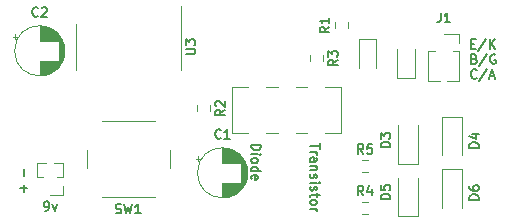
<source format=gbr>
%TF.GenerationSoftware,KiCad,Pcbnew,7.0.2-6a45011f42~172~ubuntu22.04.1*%
%TF.CreationDate,2023-05-13T15:44:36+12:00*%
%TF.ProjectId,KA1119,4b413131-3139-42e6-9b69-6361645f7063,rev?*%
%TF.SameCoordinates,Original*%
%TF.FileFunction,Legend,Top*%
%TF.FilePolarity,Positive*%
%FSLAX46Y46*%
G04 Gerber Fmt 4.6, Leading zero omitted, Abs format (unit mm)*
G04 Created by KiCad (PCBNEW 7.0.2-6a45011f42~172~ubuntu22.04.1) date 2023-05-13 15:44:36*
%MOMM*%
%LPD*%
G01*
G04 APERTURE LIST*
%ADD10C,0.150000*%
%ADD11C,0.120000*%
G04 APERTURE END LIST*
D10*
X200377619Y-91285904D02*
X200339523Y-91324000D01*
X200339523Y-91324000D02*
X200225238Y-91362095D01*
X200225238Y-91362095D02*
X200149047Y-91362095D01*
X200149047Y-91362095D02*
X200034761Y-91324000D01*
X200034761Y-91324000D02*
X199958571Y-91247809D01*
X199958571Y-91247809D02*
X199920476Y-91171619D01*
X199920476Y-91171619D02*
X199882380Y-91019238D01*
X199882380Y-91019238D02*
X199882380Y-90904952D01*
X199882380Y-90904952D02*
X199920476Y-90752571D01*
X199920476Y-90752571D02*
X199958571Y-90676380D01*
X199958571Y-90676380D02*
X200034761Y-90600190D01*
X200034761Y-90600190D02*
X200149047Y-90562095D01*
X200149047Y-90562095D02*
X200225238Y-90562095D01*
X200225238Y-90562095D02*
X200339523Y-90600190D01*
X200339523Y-90600190D02*
X200377619Y-90638285D01*
X201291904Y-90524000D02*
X200606190Y-91552571D01*
X201520475Y-91133523D02*
X201901428Y-91133523D01*
X201444285Y-91362095D02*
X201710952Y-90562095D01*
X201710952Y-90562095D02*
X201977618Y-91362095D01*
X200187142Y-89673047D02*
X200301428Y-89711142D01*
X200301428Y-89711142D02*
X200339523Y-89749238D01*
X200339523Y-89749238D02*
X200377619Y-89825428D01*
X200377619Y-89825428D02*
X200377619Y-89939714D01*
X200377619Y-89939714D02*
X200339523Y-90015904D01*
X200339523Y-90015904D02*
X200301428Y-90054000D01*
X200301428Y-90054000D02*
X200225238Y-90092095D01*
X200225238Y-90092095D02*
X199920476Y-90092095D01*
X199920476Y-90092095D02*
X199920476Y-89292095D01*
X199920476Y-89292095D02*
X200187142Y-89292095D01*
X200187142Y-89292095D02*
X200263333Y-89330190D01*
X200263333Y-89330190D02*
X200301428Y-89368285D01*
X200301428Y-89368285D02*
X200339523Y-89444476D01*
X200339523Y-89444476D02*
X200339523Y-89520666D01*
X200339523Y-89520666D02*
X200301428Y-89596857D01*
X200301428Y-89596857D02*
X200263333Y-89634952D01*
X200263333Y-89634952D02*
X200187142Y-89673047D01*
X200187142Y-89673047D02*
X199920476Y-89673047D01*
X201291904Y-89254000D02*
X200606190Y-90282571D01*
X201977618Y-89330190D02*
X201901428Y-89292095D01*
X201901428Y-89292095D02*
X201787142Y-89292095D01*
X201787142Y-89292095D02*
X201672856Y-89330190D01*
X201672856Y-89330190D02*
X201596666Y-89406380D01*
X201596666Y-89406380D02*
X201558571Y-89482571D01*
X201558571Y-89482571D02*
X201520475Y-89634952D01*
X201520475Y-89634952D02*
X201520475Y-89749238D01*
X201520475Y-89749238D02*
X201558571Y-89901619D01*
X201558571Y-89901619D02*
X201596666Y-89977809D01*
X201596666Y-89977809D02*
X201672856Y-90054000D01*
X201672856Y-90054000D02*
X201787142Y-90092095D01*
X201787142Y-90092095D02*
X201863333Y-90092095D01*
X201863333Y-90092095D02*
X201977618Y-90054000D01*
X201977618Y-90054000D02*
X202015714Y-90015904D01*
X202015714Y-90015904D02*
X202015714Y-89749238D01*
X202015714Y-89749238D02*
X201863333Y-89749238D01*
X199920476Y-88403047D02*
X200187142Y-88403047D01*
X200301428Y-88822095D02*
X199920476Y-88822095D01*
X199920476Y-88822095D02*
X199920476Y-88022095D01*
X199920476Y-88022095D02*
X200301428Y-88022095D01*
X201215714Y-87984000D02*
X200530000Y-89012571D01*
X201482381Y-88822095D02*
X201482381Y-88022095D01*
X201939524Y-88822095D02*
X201596666Y-88364952D01*
X201939524Y-88022095D02*
X201482381Y-88479238D01*
X187120404Y-96836190D02*
X187120404Y-97293333D01*
X186320404Y-97064761D02*
X187120404Y-97064761D01*
X186320404Y-97560000D02*
X186853738Y-97560000D01*
X186701357Y-97560000D02*
X186777547Y-97598095D01*
X186777547Y-97598095D02*
X186815642Y-97636190D01*
X186815642Y-97636190D02*
X186853738Y-97712381D01*
X186853738Y-97712381D02*
X186853738Y-97788571D01*
X186320404Y-98398095D02*
X186739452Y-98398095D01*
X186739452Y-98398095D02*
X186815642Y-98360000D01*
X186815642Y-98360000D02*
X186853738Y-98283809D01*
X186853738Y-98283809D02*
X186853738Y-98131428D01*
X186853738Y-98131428D02*
X186815642Y-98055238D01*
X186358500Y-98398095D02*
X186320404Y-98321904D01*
X186320404Y-98321904D02*
X186320404Y-98131428D01*
X186320404Y-98131428D02*
X186358500Y-98055238D01*
X186358500Y-98055238D02*
X186434690Y-98017142D01*
X186434690Y-98017142D02*
X186510880Y-98017142D01*
X186510880Y-98017142D02*
X186587071Y-98055238D01*
X186587071Y-98055238D02*
X186625166Y-98131428D01*
X186625166Y-98131428D02*
X186625166Y-98321904D01*
X186625166Y-98321904D02*
X186663261Y-98398095D01*
X186853738Y-98779048D02*
X186320404Y-98779048D01*
X186777547Y-98779048D02*
X186815642Y-98817143D01*
X186815642Y-98817143D02*
X186853738Y-98893333D01*
X186853738Y-98893333D02*
X186853738Y-99007619D01*
X186853738Y-99007619D02*
X186815642Y-99083810D01*
X186815642Y-99083810D02*
X186739452Y-99121905D01*
X186739452Y-99121905D02*
X186320404Y-99121905D01*
X186358500Y-99464762D02*
X186320404Y-99540953D01*
X186320404Y-99540953D02*
X186320404Y-99693334D01*
X186320404Y-99693334D02*
X186358500Y-99769524D01*
X186358500Y-99769524D02*
X186434690Y-99807620D01*
X186434690Y-99807620D02*
X186472785Y-99807620D01*
X186472785Y-99807620D02*
X186548976Y-99769524D01*
X186548976Y-99769524D02*
X186587071Y-99693334D01*
X186587071Y-99693334D02*
X186587071Y-99579048D01*
X186587071Y-99579048D02*
X186625166Y-99502858D01*
X186625166Y-99502858D02*
X186701357Y-99464762D01*
X186701357Y-99464762D02*
X186739452Y-99464762D01*
X186739452Y-99464762D02*
X186815642Y-99502858D01*
X186815642Y-99502858D02*
X186853738Y-99579048D01*
X186853738Y-99579048D02*
X186853738Y-99693334D01*
X186853738Y-99693334D02*
X186815642Y-99769524D01*
X186320404Y-100150477D02*
X186853738Y-100150477D01*
X187120404Y-100150477D02*
X187082309Y-100112381D01*
X187082309Y-100112381D02*
X187044214Y-100150477D01*
X187044214Y-100150477D02*
X187082309Y-100188572D01*
X187082309Y-100188572D02*
X187120404Y-100150477D01*
X187120404Y-100150477D02*
X187044214Y-100150477D01*
X186358500Y-100493333D02*
X186320404Y-100569524D01*
X186320404Y-100569524D02*
X186320404Y-100721905D01*
X186320404Y-100721905D02*
X186358500Y-100798095D01*
X186358500Y-100798095D02*
X186434690Y-100836191D01*
X186434690Y-100836191D02*
X186472785Y-100836191D01*
X186472785Y-100836191D02*
X186548976Y-100798095D01*
X186548976Y-100798095D02*
X186587071Y-100721905D01*
X186587071Y-100721905D02*
X186587071Y-100607619D01*
X186587071Y-100607619D02*
X186625166Y-100531429D01*
X186625166Y-100531429D02*
X186701357Y-100493333D01*
X186701357Y-100493333D02*
X186739452Y-100493333D01*
X186739452Y-100493333D02*
X186815642Y-100531429D01*
X186815642Y-100531429D02*
X186853738Y-100607619D01*
X186853738Y-100607619D02*
X186853738Y-100721905D01*
X186853738Y-100721905D02*
X186815642Y-100798095D01*
X186853738Y-101064762D02*
X186853738Y-101369524D01*
X187120404Y-101179048D02*
X186434690Y-101179048D01*
X186434690Y-101179048D02*
X186358500Y-101217143D01*
X186358500Y-101217143D02*
X186320404Y-101293333D01*
X186320404Y-101293333D02*
X186320404Y-101369524D01*
X186320404Y-101750476D02*
X186358500Y-101674286D01*
X186358500Y-101674286D02*
X186396595Y-101636191D01*
X186396595Y-101636191D02*
X186472785Y-101598095D01*
X186472785Y-101598095D02*
X186701357Y-101598095D01*
X186701357Y-101598095D02*
X186777547Y-101636191D01*
X186777547Y-101636191D02*
X186815642Y-101674286D01*
X186815642Y-101674286D02*
X186853738Y-101750476D01*
X186853738Y-101750476D02*
X186853738Y-101864762D01*
X186853738Y-101864762D02*
X186815642Y-101940953D01*
X186815642Y-101940953D02*
X186777547Y-101979048D01*
X186777547Y-101979048D02*
X186701357Y-102017143D01*
X186701357Y-102017143D02*
X186472785Y-102017143D01*
X186472785Y-102017143D02*
X186396595Y-101979048D01*
X186396595Y-101979048D02*
X186358500Y-101940953D01*
X186358500Y-101940953D02*
X186320404Y-101864762D01*
X186320404Y-101864762D02*
X186320404Y-101750476D01*
X186320404Y-102360001D02*
X186853738Y-102360001D01*
X186701357Y-102360001D02*
X186777547Y-102398096D01*
X186777547Y-102398096D02*
X186815642Y-102436191D01*
X186815642Y-102436191D02*
X186853738Y-102512382D01*
X186853738Y-102512382D02*
X186853738Y-102588572D01*
X181320404Y-96950476D02*
X182120404Y-96950476D01*
X182120404Y-96950476D02*
X182120404Y-97140952D01*
X182120404Y-97140952D02*
X182082309Y-97255238D01*
X182082309Y-97255238D02*
X182006119Y-97331428D01*
X182006119Y-97331428D02*
X181929928Y-97369523D01*
X181929928Y-97369523D02*
X181777547Y-97407619D01*
X181777547Y-97407619D02*
X181663261Y-97407619D01*
X181663261Y-97407619D02*
X181510880Y-97369523D01*
X181510880Y-97369523D02*
X181434690Y-97331428D01*
X181434690Y-97331428D02*
X181358500Y-97255238D01*
X181358500Y-97255238D02*
X181320404Y-97140952D01*
X181320404Y-97140952D02*
X181320404Y-96950476D01*
X181320404Y-97750476D02*
X181853738Y-97750476D01*
X182120404Y-97750476D02*
X182082309Y-97712380D01*
X182082309Y-97712380D02*
X182044214Y-97750476D01*
X182044214Y-97750476D02*
X182082309Y-97788571D01*
X182082309Y-97788571D02*
X182120404Y-97750476D01*
X182120404Y-97750476D02*
X182044214Y-97750476D01*
X181320404Y-98245713D02*
X181358500Y-98169523D01*
X181358500Y-98169523D02*
X181396595Y-98131428D01*
X181396595Y-98131428D02*
X181472785Y-98093332D01*
X181472785Y-98093332D02*
X181701357Y-98093332D01*
X181701357Y-98093332D02*
X181777547Y-98131428D01*
X181777547Y-98131428D02*
X181815642Y-98169523D01*
X181815642Y-98169523D02*
X181853738Y-98245713D01*
X181853738Y-98245713D02*
X181853738Y-98359999D01*
X181853738Y-98359999D02*
X181815642Y-98436190D01*
X181815642Y-98436190D02*
X181777547Y-98474285D01*
X181777547Y-98474285D02*
X181701357Y-98512380D01*
X181701357Y-98512380D02*
X181472785Y-98512380D01*
X181472785Y-98512380D02*
X181396595Y-98474285D01*
X181396595Y-98474285D02*
X181358500Y-98436190D01*
X181358500Y-98436190D02*
X181320404Y-98359999D01*
X181320404Y-98359999D02*
X181320404Y-98245713D01*
X181320404Y-99198095D02*
X182120404Y-99198095D01*
X181358500Y-99198095D02*
X181320404Y-99121904D01*
X181320404Y-99121904D02*
X181320404Y-98969523D01*
X181320404Y-98969523D02*
X181358500Y-98893333D01*
X181358500Y-98893333D02*
X181396595Y-98855238D01*
X181396595Y-98855238D02*
X181472785Y-98817142D01*
X181472785Y-98817142D02*
X181701357Y-98817142D01*
X181701357Y-98817142D02*
X181777547Y-98855238D01*
X181777547Y-98855238D02*
X181815642Y-98893333D01*
X181815642Y-98893333D02*
X181853738Y-98969523D01*
X181853738Y-98969523D02*
X181853738Y-99121904D01*
X181853738Y-99121904D02*
X181815642Y-99198095D01*
X181358500Y-99883810D02*
X181320404Y-99807619D01*
X181320404Y-99807619D02*
X181320404Y-99655238D01*
X181320404Y-99655238D02*
X181358500Y-99579048D01*
X181358500Y-99579048D02*
X181434690Y-99540952D01*
X181434690Y-99540952D02*
X181739452Y-99540952D01*
X181739452Y-99540952D02*
X181815642Y-99579048D01*
X181815642Y-99579048D02*
X181853738Y-99655238D01*
X181853738Y-99655238D02*
X181853738Y-99807619D01*
X181853738Y-99807619D02*
X181815642Y-99883810D01*
X181815642Y-99883810D02*
X181739452Y-99921905D01*
X181739452Y-99921905D02*
X181663261Y-99921905D01*
X181663261Y-99921905D02*
X181587071Y-99540952D01*
X162057333Y-99612261D02*
X162057333Y-99002738D01*
X161750476Y-100654833D02*
X162360000Y-100654833D01*
X162055238Y-100959595D02*
X162055238Y-100350071D01*
%TO.C,SW1*%
X169823332Y-102732000D02*
X169937618Y-102770095D01*
X169937618Y-102770095D02*
X170128094Y-102770095D01*
X170128094Y-102770095D02*
X170204285Y-102732000D01*
X170204285Y-102732000D02*
X170242380Y-102693904D01*
X170242380Y-102693904D02*
X170280475Y-102617714D01*
X170280475Y-102617714D02*
X170280475Y-102541523D01*
X170280475Y-102541523D02*
X170242380Y-102465333D01*
X170242380Y-102465333D02*
X170204285Y-102427238D01*
X170204285Y-102427238D02*
X170128094Y-102389142D01*
X170128094Y-102389142D02*
X169975713Y-102351047D01*
X169975713Y-102351047D02*
X169899523Y-102312952D01*
X169899523Y-102312952D02*
X169861428Y-102274857D01*
X169861428Y-102274857D02*
X169823332Y-102198666D01*
X169823332Y-102198666D02*
X169823332Y-102122476D01*
X169823332Y-102122476D02*
X169861428Y-102046285D01*
X169861428Y-102046285D02*
X169899523Y-102008190D01*
X169899523Y-102008190D02*
X169975713Y-101970095D01*
X169975713Y-101970095D02*
X170166190Y-101970095D01*
X170166190Y-101970095D02*
X170280475Y-102008190D01*
X170547142Y-101970095D02*
X170737618Y-102770095D01*
X170737618Y-102770095D02*
X170889999Y-102198666D01*
X170889999Y-102198666D02*
X171042380Y-102770095D01*
X171042380Y-102770095D02*
X171232857Y-101970095D01*
X171956666Y-102770095D02*
X171499523Y-102770095D01*
X171728095Y-102770095D02*
X171728095Y-101970095D01*
X171728095Y-101970095D02*
X171651904Y-102084380D01*
X171651904Y-102084380D02*
X171575714Y-102160571D01*
X171575714Y-102160571D02*
X171499523Y-102198666D01*
%TO.C,C2*%
X163256667Y-86033904D02*
X163218571Y-86072000D01*
X163218571Y-86072000D02*
X163104286Y-86110095D01*
X163104286Y-86110095D02*
X163028095Y-86110095D01*
X163028095Y-86110095D02*
X162913809Y-86072000D01*
X162913809Y-86072000D02*
X162837619Y-85995809D01*
X162837619Y-85995809D02*
X162799524Y-85919619D01*
X162799524Y-85919619D02*
X162761428Y-85767238D01*
X162761428Y-85767238D02*
X162761428Y-85652952D01*
X162761428Y-85652952D02*
X162799524Y-85500571D01*
X162799524Y-85500571D02*
X162837619Y-85424380D01*
X162837619Y-85424380D02*
X162913809Y-85348190D01*
X162913809Y-85348190D02*
X163028095Y-85310095D01*
X163028095Y-85310095D02*
X163104286Y-85310095D01*
X163104286Y-85310095D02*
X163218571Y-85348190D01*
X163218571Y-85348190D02*
X163256667Y-85386285D01*
X163561428Y-85386285D02*
X163599524Y-85348190D01*
X163599524Y-85348190D02*
X163675714Y-85310095D01*
X163675714Y-85310095D02*
X163866190Y-85310095D01*
X163866190Y-85310095D02*
X163942381Y-85348190D01*
X163942381Y-85348190D02*
X163980476Y-85386285D01*
X163980476Y-85386285D02*
X164018571Y-85462476D01*
X164018571Y-85462476D02*
X164018571Y-85538666D01*
X164018571Y-85538666D02*
X163980476Y-85652952D01*
X163980476Y-85652952D02*
X163523333Y-86110095D01*
X163523333Y-86110095D02*
X164018571Y-86110095D01*
%TO.C,C1*%
X178736667Y-96363904D02*
X178698571Y-96402000D01*
X178698571Y-96402000D02*
X178584286Y-96440095D01*
X178584286Y-96440095D02*
X178508095Y-96440095D01*
X178508095Y-96440095D02*
X178393809Y-96402000D01*
X178393809Y-96402000D02*
X178317619Y-96325809D01*
X178317619Y-96325809D02*
X178279524Y-96249619D01*
X178279524Y-96249619D02*
X178241428Y-96097238D01*
X178241428Y-96097238D02*
X178241428Y-95982952D01*
X178241428Y-95982952D02*
X178279524Y-95830571D01*
X178279524Y-95830571D02*
X178317619Y-95754380D01*
X178317619Y-95754380D02*
X178393809Y-95678190D01*
X178393809Y-95678190D02*
X178508095Y-95640095D01*
X178508095Y-95640095D02*
X178584286Y-95640095D01*
X178584286Y-95640095D02*
X178698571Y-95678190D01*
X178698571Y-95678190D02*
X178736667Y-95716285D01*
X179498571Y-96440095D02*
X179041428Y-96440095D01*
X179270000Y-96440095D02*
X179270000Y-95640095D01*
X179270000Y-95640095D02*
X179193809Y-95754380D01*
X179193809Y-95754380D02*
X179117619Y-95830571D01*
X179117619Y-95830571D02*
X179041428Y-95868666D01*
%TO.C,9v*%
X163812857Y-102535095D02*
X163965238Y-102535095D01*
X163965238Y-102535095D02*
X164041428Y-102497000D01*
X164041428Y-102497000D02*
X164079524Y-102458904D01*
X164079524Y-102458904D02*
X164155714Y-102344619D01*
X164155714Y-102344619D02*
X164193809Y-102192238D01*
X164193809Y-102192238D02*
X164193809Y-101887476D01*
X164193809Y-101887476D02*
X164155714Y-101811285D01*
X164155714Y-101811285D02*
X164117619Y-101773190D01*
X164117619Y-101773190D02*
X164041428Y-101735095D01*
X164041428Y-101735095D02*
X163889047Y-101735095D01*
X163889047Y-101735095D02*
X163812857Y-101773190D01*
X163812857Y-101773190D02*
X163774762Y-101811285D01*
X163774762Y-101811285D02*
X163736666Y-101887476D01*
X163736666Y-101887476D02*
X163736666Y-102077952D01*
X163736666Y-102077952D02*
X163774762Y-102154142D01*
X163774762Y-102154142D02*
X163812857Y-102192238D01*
X163812857Y-102192238D02*
X163889047Y-102230333D01*
X163889047Y-102230333D02*
X164041428Y-102230333D01*
X164041428Y-102230333D02*
X164117619Y-102192238D01*
X164117619Y-102192238D02*
X164155714Y-102154142D01*
X164155714Y-102154142D02*
X164193809Y-102077952D01*
X164460476Y-102001761D02*
X164650952Y-102535095D01*
X164650952Y-102535095D02*
X164841429Y-102001761D01*
%TO.C,U3*%
X175750095Y-89284523D02*
X176397714Y-89284523D01*
X176397714Y-89284523D02*
X176473904Y-89246428D01*
X176473904Y-89246428D02*
X176512000Y-89208333D01*
X176512000Y-89208333D02*
X176550095Y-89132142D01*
X176550095Y-89132142D02*
X176550095Y-88979761D01*
X176550095Y-88979761D02*
X176512000Y-88903571D01*
X176512000Y-88903571D02*
X176473904Y-88865476D01*
X176473904Y-88865476D02*
X176397714Y-88827380D01*
X176397714Y-88827380D02*
X175750095Y-88827380D01*
X175750095Y-88522619D02*
X175750095Y-88027381D01*
X175750095Y-88027381D02*
X176054857Y-88294047D01*
X176054857Y-88294047D02*
X176054857Y-88179762D01*
X176054857Y-88179762D02*
X176092952Y-88103571D01*
X176092952Y-88103571D02*
X176131047Y-88065476D01*
X176131047Y-88065476D02*
X176207238Y-88027381D01*
X176207238Y-88027381D02*
X176397714Y-88027381D01*
X176397714Y-88027381D02*
X176473904Y-88065476D01*
X176473904Y-88065476D02*
X176512000Y-88103571D01*
X176512000Y-88103571D02*
X176550095Y-88179762D01*
X176550095Y-88179762D02*
X176550095Y-88408333D01*
X176550095Y-88408333D02*
X176512000Y-88484524D01*
X176512000Y-88484524D02*
X176473904Y-88522619D01*
%TO.C,R5*%
X190806667Y-97710095D02*
X190540000Y-97329142D01*
X190349524Y-97710095D02*
X190349524Y-96910095D01*
X190349524Y-96910095D02*
X190654286Y-96910095D01*
X190654286Y-96910095D02*
X190730476Y-96948190D01*
X190730476Y-96948190D02*
X190768571Y-96986285D01*
X190768571Y-96986285D02*
X190806667Y-97062476D01*
X190806667Y-97062476D02*
X190806667Y-97176761D01*
X190806667Y-97176761D02*
X190768571Y-97252952D01*
X190768571Y-97252952D02*
X190730476Y-97291047D01*
X190730476Y-97291047D02*
X190654286Y-97329142D01*
X190654286Y-97329142D02*
X190349524Y-97329142D01*
X191530476Y-96910095D02*
X191149524Y-96910095D01*
X191149524Y-96910095D02*
X191111428Y-97291047D01*
X191111428Y-97291047D02*
X191149524Y-97252952D01*
X191149524Y-97252952D02*
X191225714Y-97214857D01*
X191225714Y-97214857D02*
X191416190Y-97214857D01*
X191416190Y-97214857D02*
X191492381Y-97252952D01*
X191492381Y-97252952D02*
X191530476Y-97291047D01*
X191530476Y-97291047D02*
X191568571Y-97367238D01*
X191568571Y-97367238D02*
X191568571Y-97557714D01*
X191568571Y-97557714D02*
X191530476Y-97633904D01*
X191530476Y-97633904D02*
X191492381Y-97672000D01*
X191492381Y-97672000D02*
X191416190Y-97710095D01*
X191416190Y-97710095D02*
X191225714Y-97710095D01*
X191225714Y-97710095D02*
X191149524Y-97672000D01*
X191149524Y-97672000D02*
X191111428Y-97633904D01*
%TO.C,R4*%
X190806667Y-101230095D02*
X190540000Y-100849142D01*
X190349524Y-101230095D02*
X190349524Y-100430095D01*
X190349524Y-100430095D02*
X190654286Y-100430095D01*
X190654286Y-100430095D02*
X190730476Y-100468190D01*
X190730476Y-100468190D02*
X190768571Y-100506285D01*
X190768571Y-100506285D02*
X190806667Y-100582476D01*
X190806667Y-100582476D02*
X190806667Y-100696761D01*
X190806667Y-100696761D02*
X190768571Y-100772952D01*
X190768571Y-100772952D02*
X190730476Y-100811047D01*
X190730476Y-100811047D02*
X190654286Y-100849142D01*
X190654286Y-100849142D02*
X190349524Y-100849142D01*
X191492381Y-100696761D02*
X191492381Y-101230095D01*
X191301905Y-100392000D02*
X191111428Y-100963428D01*
X191111428Y-100963428D02*
X191606667Y-100963428D01*
%TO.C,R3*%
X188620095Y-89753332D02*
X188239142Y-90019999D01*
X188620095Y-90210475D02*
X187820095Y-90210475D01*
X187820095Y-90210475D02*
X187820095Y-89905713D01*
X187820095Y-89905713D02*
X187858190Y-89829523D01*
X187858190Y-89829523D02*
X187896285Y-89791428D01*
X187896285Y-89791428D02*
X187972476Y-89753332D01*
X187972476Y-89753332D02*
X188086761Y-89753332D01*
X188086761Y-89753332D02*
X188162952Y-89791428D01*
X188162952Y-89791428D02*
X188201047Y-89829523D01*
X188201047Y-89829523D02*
X188239142Y-89905713D01*
X188239142Y-89905713D02*
X188239142Y-90210475D01*
X187820095Y-89486666D02*
X187820095Y-88991428D01*
X187820095Y-88991428D02*
X188124857Y-89258094D01*
X188124857Y-89258094D02*
X188124857Y-89143809D01*
X188124857Y-89143809D02*
X188162952Y-89067618D01*
X188162952Y-89067618D02*
X188201047Y-89029523D01*
X188201047Y-89029523D02*
X188277238Y-88991428D01*
X188277238Y-88991428D02*
X188467714Y-88991428D01*
X188467714Y-88991428D02*
X188543904Y-89029523D01*
X188543904Y-89029523D02*
X188582000Y-89067618D01*
X188582000Y-89067618D02*
X188620095Y-89143809D01*
X188620095Y-89143809D02*
X188620095Y-89372380D01*
X188620095Y-89372380D02*
X188582000Y-89448571D01*
X188582000Y-89448571D02*
X188543904Y-89486666D01*
%TO.C,R2*%
X179050095Y-94013332D02*
X178669142Y-94279999D01*
X179050095Y-94470475D02*
X178250095Y-94470475D01*
X178250095Y-94470475D02*
X178250095Y-94165713D01*
X178250095Y-94165713D02*
X178288190Y-94089523D01*
X178288190Y-94089523D02*
X178326285Y-94051428D01*
X178326285Y-94051428D02*
X178402476Y-94013332D01*
X178402476Y-94013332D02*
X178516761Y-94013332D01*
X178516761Y-94013332D02*
X178592952Y-94051428D01*
X178592952Y-94051428D02*
X178631047Y-94089523D01*
X178631047Y-94089523D02*
X178669142Y-94165713D01*
X178669142Y-94165713D02*
X178669142Y-94470475D01*
X178326285Y-93708571D02*
X178288190Y-93670475D01*
X178288190Y-93670475D02*
X178250095Y-93594285D01*
X178250095Y-93594285D02*
X178250095Y-93403809D01*
X178250095Y-93403809D02*
X178288190Y-93327618D01*
X178288190Y-93327618D02*
X178326285Y-93289523D01*
X178326285Y-93289523D02*
X178402476Y-93251428D01*
X178402476Y-93251428D02*
X178478666Y-93251428D01*
X178478666Y-93251428D02*
X178592952Y-93289523D01*
X178592952Y-93289523D02*
X179050095Y-93746666D01*
X179050095Y-93746666D02*
X179050095Y-93251428D01*
%TO.C,R1*%
X187900095Y-86973332D02*
X187519142Y-87239999D01*
X187900095Y-87430475D02*
X187100095Y-87430475D01*
X187100095Y-87430475D02*
X187100095Y-87125713D01*
X187100095Y-87125713D02*
X187138190Y-87049523D01*
X187138190Y-87049523D02*
X187176285Y-87011428D01*
X187176285Y-87011428D02*
X187252476Y-86973332D01*
X187252476Y-86973332D02*
X187366761Y-86973332D01*
X187366761Y-86973332D02*
X187442952Y-87011428D01*
X187442952Y-87011428D02*
X187481047Y-87049523D01*
X187481047Y-87049523D02*
X187519142Y-87125713D01*
X187519142Y-87125713D02*
X187519142Y-87430475D01*
X187900095Y-86211428D02*
X187900095Y-86668571D01*
X187900095Y-86439999D02*
X187100095Y-86439999D01*
X187100095Y-86439999D02*
X187214380Y-86516190D01*
X187214380Y-86516190D02*
X187290571Y-86592380D01*
X187290571Y-86592380D02*
X187328666Y-86668571D01*
%TO.C,J1*%
X197333333Y-85795095D02*
X197333333Y-86366523D01*
X197333333Y-86366523D02*
X197295238Y-86480809D01*
X197295238Y-86480809D02*
X197219047Y-86557000D01*
X197219047Y-86557000D02*
X197104762Y-86595095D01*
X197104762Y-86595095D02*
X197028571Y-86595095D01*
X198133333Y-86595095D02*
X197676190Y-86595095D01*
X197904762Y-86595095D02*
X197904762Y-85795095D01*
X197904762Y-85795095D02*
X197828571Y-85909380D01*
X197828571Y-85909380D02*
X197752381Y-85985571D01*
X197752381Y-85985571D02*
X197676190Y-86023666D01*
%TO.C,D6*%
X200560095Y-101610475D02*
X199760095Y-101610475D01*
X199760095Y-101610475D02*
X199760095Y-101419999D01*
X199760095Y-101419999D02*
X199798190Y-101305713D01*
X199798190Y-101305713D02*
X199874380Y-101229523D01*
X199874380Y-101229523D02*
X199950571Y-101191428D01*
X199950571Y-101191428D02*
X200102952Y-101153332D01*
X200102952Y-101153332D02*
X200217238Y-101153332D01*
X200217238Y-101153332D02*
X200369619Y-101191428D01*
X200369619Y-101191428D02*
X200445809Y-101229523D01*
X200445809Y-101229523D02*
X200522000Y-101305713D01*
X200522000Y-101305713D02*
X200560095Y-101419999D01*
X200560095Y-101419999D02*
X200560095Y-101610475D01*
X199760095Y-100467618D02*
X199760095Y-100619999D01*
X199760095Y-100619999D02*
X199798190Y-100696190D01*
X199798190Y-100696190D02*
X199836285Y-100734285D01*
X199836285Y-100734285D02*
X199950571Y-100810475D01*
X199950571Y-100810475D02*
X200102952Y-100848571D01*
X200102952Y-100848571D02*
X200407714Y-100848571D01*
X200407714Y-100848571D02*
X200483904Y-100810475D01*
X200483904Y-100810475D02*
X200522000Y-100772380D01*
X200522000Y-100772380D02*
X200560095Y-100696190D01*
X200560095Y-100696190D02*
X200560095Y-100543809D01*
X200560095Y-100543809D02*
X200522000Y-100467618D01*
X200522000Y-100467618D02*
X200483904Y-100429523D01*
X200483904Y-100429523D02*
X200407714Y-100391428D01*
X200407714Y-100391428D02*
X200217238Y-100391428D01*
X200217238Y-100391428D02*
X200141047Y-100429523D01*
X200141047Y-100429523D02*
X200102952Y-100467618D01*
X200102952Y-100467618D02*
X200064857Y-100543809D01*
X200064857Y-100543809D02*
X200064857Y-100696190D01*
X200064857Y-100696190D02*
X200102952Y-100772380D01*
X200102952Y-100772380D02*
X200141047Y-100810475D01*
X200141047Y-100810475D02*
X200217238Y-100848571D01*
%TO.C,D5*%
X193060095Y-101565475D02*
X192260095Y-101565475D01*
X192260095Y-101565475D02*
X192260095Y-101374999D01*
X192260095Y-101374999D02*
X192298190Y-101260713D01*
X192298190Y-101260713D02*
X192374380Y-101184523D01*
X192374380Y-101184523D02*
X192450571Y-101146428D01*
X192450571Y-101146428D02*
X192602952Y-101108332D01*
X192602952Y-101108332D02*
X192717238Y-101108332D01*
X192717238Y-101108332D02*
X192869619Y-101146428D01*
X192869619Y-101146428D02*
X192945809Y-101184523D01*
X192945809Y-101184523D02*
X193022000Y-101260713D01*
X193022000Y-101260713D02*
X193060095Y-101374999D01*
X193060095Y-101374999D02*
X193060095Y-101565475D01*
X192260095Y-100384523D02*
X192260095Y-100765475D01*
X192260095Y-100765475D02*
X192641047Y-100803571D01*
X192641047Y-100803571D02*
X192602952Y-100765475D01*
X192602952Y-100765475D02*
X192564857Y-100689285D01*
X192564857Y-100689285D02*
X192564857Y-100498809D01*
X192564857Y-100498809D02*
X192602952Y-100422618D01*
X192602952Y-100422618D02*
X192641047Y-100384523D01*
X192641047Y-100384523D02*
X192717238Y-100346428D01*
X192717238Y-100346428D02*
X192907714Y-100346428D01*
X192907714Y-100346428D02*
X192983904Y-100384523D01*
X192983904Y-100384523D02*
X193022000Y-100422618D01*
X193022000Y-100422618D02*
X193060095Y-100498809D01*
X193060095Y-100498809D02*
X193060095Y-100689285D01*
X193060095Y-100689285D02*
X193022000Y-100765475D01*
X193022000Y-100765475D02*
X192983904Y-100803571D01*
%TO.C,D4*%
X200560095Y-97192975D02*
X199760095Y-97192975D01*
X199760095Y-97192975D02*
X199760095Y-97002499D01*
X199760095Y-97002499D02*
X199798190Y-96888213D01*
X199798190Y-96888213D02*
X199874380Y-96812023D01*
X199874380Y-96812023D02*
X199950571Y-96773928D01*
X199950571Y-96773928D02*
X200102952Y-96735832D01*
X200102952Y-96735832D02*
X200217238Y-96735832D01*
X200217238Y-96735832D02*
X200369619Y-96773928D01*
X200369619Y-96773928D02*
X200445809Y-96812023D01*
X200445809Y-96812023D02*
X200522000Y-96888213D01*
X200522000Y-96888213D02*
X200560095Y-97002499D01*
X200560095Y-97002499D02*
X200560095Y-97192975D01*
X200026761Y-96050118D02*
X200560095Y-96050118D01*
X199722000Y-96240594D02*
X200293428Y-96431071D01*
X200293428Y-96431071D02*
X200293428Y-95935832D01*
%TO.C,D3*%
X193060095Y-97147975D02*
X192260095Y-97147975D01*
X192260095Y-97147975D02*
X192260095Y-96957499D01*
X192260095Y-96957499D02*
X192298190Y-96843213D01*
X192298190Y-96843213D02*
X192374380Y-96767023D01*
X192374380Y-96767023D02*
X192450571Y-96728928D01*
X192450571Y-96728928D02*
X192602952Y-96690832D01*
X192602952Y-96690832D02*
X192717238Y-96690832D01*
X192717238Y-96690832D02*
X192869619Y-96728928D01*
X192869619Y-96728928D02*
X192945809Y-96767023D01*
X192945809Y-96767023D02*
X193022000Y-96843213D01*
X193022000Y-96843213D02*
X193060095Y-96957499D01*
X193060095Y-96957499D02*
X193060095Y-97147975D01*
X192260095Y-96424166D02*
X192260095Y-95928928D01*
X192260095Y-95928928D02*
X192564857Y-96195594D01*
X192564857Y-96195594D02*
X192564857Y-96081309D01*
X192564857Y-96081309D02*
X192602952Y-96005118D01*
X192602952Y-96005118D02*
X192641047Y-95967023D01*
X192641047Y-95967023D02*
X192717238Y-95928928D01*
X192717238Y-95928928D02*
X192907714Y-95928928D01*
X192907714Y-95928928D02*
X192983904Y-95967023D01*
X192983904Y-95967023D02*
X193022000Y-96005118D01*
X193022000Y-96005118D02*
X193060095Y-96081309D01*
X193060095Y-96081309D02*
X193060095Y-96309880D01*
X193060095Y-96309880D02*
X193022000Y-96386071D01*
X193022000Y-96386071D02*
X192983904Y-96424166D01*
D11*
%TO.C,SW2*%
X187570000Y-95920000D02*
X188920000Y-95920000D01*
X179700000Y-95920000D02*
X181050000Y-95920000D01*
X182570000Y-92100000D02*
X183550000Y-92100000D01*
X182570000Y-95920000D02*
X183550000Y-95920000D01*
X188920000Y-95920000D02*
X188920000Y-92100000D01*
X185070000Y-92100000D02*
X186050000Y-92100000D01*
X185070000Y-95920000D02*
X186050000Y-95920000D01*
X179700000Y-95920000D02*
X179700000Y-92100000D01*
X188920000Y-92100000D02*
X187570000Y-92100000D01*
X179700000Y-92100000D02*
X181050000Y-92100000D01*
%TO.C,SW1*%
X167390000Y-97400000D02*
X167390000Y-98900000D01*
X168640000Y-101400000D02*
X173140000Y-101400000D01*
X174390000Y-98900000D02*
X174390000Y-97400000D01*
X173140000Y-94900000D02*
X168640000Y-94900000D01*
%TO.C,C2*%
X164671000Y-89830000D02*
X164671000Y-90640000D01*
X163430000Y-89830000D02*
X163430000Y-91070000D01*
X163990000Y-86996000D02*
X163990000Y-88150000D01*
X164791000Y-89830000D02*
X164791000Y-90542000D01*
X164831000Y-89830000D02*
X164831000Y-90506000D01*
X164191000Y-87066000D02*
X164191000Y-88150000D01*
X165071000Y-87736000D02*
X165071000Y-90244000D01*
X163910000Y-86974000D02*
X163910000Y-88150000D01*
X163390000Y-86910000D02*
X163390000Y-88150000D01*
X164511000Y-87230000D02*
X164511000Y-88150000D01*
X164551000Y-89830000D02*
X164551000Y-90725000D01*
X163430000Y-86910000D02*
X163430000Y-88150000D01*
X164951000Y-89830000D02*
X164951000Y-90386000D01*
X163750000Y-86940000D02*
X163750000Y-88150000D01*
X164391000Y-87160000D02*
X164391000Y-88150000D01*
X164111000Y-87036000D02*
X164111000Y-88150000D01*
X164111000Y-89830000D02*
X164111000Y-90944000D01*
X163550000Y-89830000D02*
X163550000Y-91064000D01*
X165431000Y-88453000D02*
X165431000Y-89527000D01*
X165231000Y-87977000D02*
X165231000Y-90003000D01*
X165471000Y-88620000D02*
X165471000Y-89360000D01*
X163950000Y-86985000D02*
X163950000Y-88150000D01*
X164151000Y-87050000D02*
X164151000Y-88150000D01*
X163630000Y-89830000D02*
X163630000Y-91057000D01*
X164151000Y-89830000D02*
X164151000Y-90930000D01*
X164671000Y-87340000D02*
X164671000Y-88150000D01*
X164070000Y-87022000D02*
X164070000Y-88150000D01*
X163710000Y-89830000D02*
X163710000Y-91046000D01*
X164631000Y-89830000D02*
X164631000Y-90670000D01*
X163830000Y-89830000D02*
X163830000Y-91024000D01*
X165151000Y-87848000D02*
X165151000Y-90132000D01*
X164191000Y-89830000D02*
X164191000Y-90914000D01*
X164030000Y-87008000D02*
X164030000Y-88150000D01*
X164791000Y-87438000D02*
X164791000Y-88150000D01*
X163870000Y-89830000D02*
X163870000Y-91015000D01*
X165191000Y-87910000D02*
X165191000Y-90070000D01*
X164871000Y-89830000D02*
X164871000Y-90468000D01*
X164271000Y-87101000D02*
X164271000Y-88150000D01*
X161120199Y-87795000D02*
X161520199Y-87795000D01*
X164391000Y-89830000D02*
X164391000Y-90820000D01*
X161320199Y-87595000D02*
X161320199Y-87995000D01*
X163750000Y-89830000D02*
X163750000Y-91040000D01*
X163470000Y-86911000D02*
X163470000Y-88150000D01*
X163910000Y-89830000D02*
X163910000Y-91006000D01*
X163670000Y-86928000D02*
X163670000Y-88150000D01*
X165311000Y-88131000D02*
X165311000Y-89849000D01*
X163590000Y-89830000D02*
X163590000Y-91061000D01*
X163830000Y-86956000D02*
X163830000Y-88150000D01*
X164511000Y-89830000D02*
X164511000Y-90750000D01*
X164871000Y-87512000D02*
X164871000Y-88150000D01*
X163990000Y-89830000D02*
X163990000Y-90984000D01*
X164911000Y-89830000D02*
X164911000Y-90428000D01*
X164631000Y-87310000D02*
X164631000Y-88150000D01*
X164231000Y-89830000D02*
X164231000Y-90897000D01*
X163630000Y-86923000D02*
X163630000Y-88150000D01*
X164551000Y-87255000D02*
X164551000Y-88150000D01*
X164991000Y-87639000D02*
X164991000Y-90341000D01*
X164431000Y-87182000D02*
X164431000Y-88150000D01*
X163870000Y-86965000D02*
X163870000Y-88150000D01*
X164951000Y-87594000D02*
X164951000Y-88150000D01*
X163470000Y-89830000D02*
X163470000Y-91069000D01*
X164351000Y-89830000D02*
X164351000Y-90841000D01*
X163390000Y-89830000D02*
X163390000Y-91070000D01*
X163670000Y-89830000D02*
X163670000Y-91052000D01*
X165271000Y-88050000D02*
X165271000Y-89930000D01*
X164471000Y-87205000D02*
X164471000Y-88150000D01*
X163790000Y-86948000D02*
X163790000Y-88150000D01*
X164030000Y-89830000D02*
X164030000Y-90972000D01*
X164711000Y-89830000D02*
X164711000Y-90609000D01*
X164431000Y-89830000D02*
X164431000Y-90798000D01*
X164351000Y-87139000D02*
X164351000Y-88150000D01*
X163510000Y-86913000D02*
X163510000Y-88150000D01*
X165111000Y-87790000D02*
X165111000Y-90190000D01*
X164471000Y-89830000D02*
X164471000Y-90775000D01*
X164711000Y-87371000D02*
X164711000Y-88150000D01*
X163510000Y-89830000D02*
X163510000Y-91067000D01*
X164231000Y-87083000D02*
X164231000Y-88150000D01*
X164311000Y-89830000D02*
X164311000Y-90860000D01*
X163790000Y-89830000D02*
X163790000Y-91032000D01*
X165391000Y-88326000D02*
X165391000Y-89654000D01*
X164591000Y-87282000D02*
X164591000Y-88150000D01*
X164311000Y-87120000D02*
X164311000Y-88150000D01*
X163590000Y-86919000D02*
X163590000Y-88150000D01*
X164271000Y-89830000D02*
X164271000Y-90879000D01*
X163950000Y-89830000D02*
X163950000Y-90995000D01*
X164751000Y-89830000D02*
X164751000Y-90577000D01*
X164831000Y-87474000D02*
X164831000Y-88150000D01*
X163710000Y-86934000D02*
X163710000Y-88150000D01*
X165351000Y-88222000D02*
X165351000Y-89758000D01*
X164591000Y-89830000D02*
X164591000Y-90698000D01*
X164751000Y-87403000D02*
X164751000Y-88150000D01*
X164070000Y-89830000D02*
X164070000Y-90958000D01*
X164911000Y-87552000D02*
X164911000Y-88150000D01*
X165031000Y-87686000D02*
X165031000Y-90294000D01*
X163550000Y-86916000D02*
X163550000Y-88150000D01*
X165510000Y-88990000D02*
G75*
G03*
X165510000Y-88990000I-2120000J0D01*
G01*
%TO.C,C1*%
X180151000Y-100160000D02*
X180151000Y-100970000D01*
X178910000Y-100160000D02*
X178910000Y-101400000D01*
X179470000Y-97326000D02*
X179470000Y-98480000D01*
X180271000Y-100160000D02*
X180271000Y-100872000D01*
X180311000Y-100160000D02*
X180311000Y-100836000D01*
X179671000Y-97396000D02*
X179671000Y-98480000D01*
X180551000Y-98066000D02*
X180551000Y-100574000D01*
X179390000Y-97304000D02*
X179390000Y-98480000D01*
X178870000Y-97240000D02*
X178870000Y-98480000D01*
X179991000Y-97560000D02*
X179991000Y-98480000D01*
X180031000Y-100160000D02*
X180031000Y-101055000D01*
X178910000Y-97240000D02*
X178910000Y-98480000D01*
X180431000Y-100160000D02*
X180431000Y-100716000D01*
X179230000Y-97270000D02*
X179230000Y-98480000D01*
X179871000Y-97490000D02*
X179871000Y-98480000D01*
X179591000Y-97366000D02*
X179591000Y-98480000D01*
X179591000Y-100160000D02*
X179591000Y-101274000D01*
X179030000Y-100160000D02*
X179030000Y-101394000D01*
X180911000Y-98783000D02*
X180911000Y-99857000D01*
X180711000Y-98307000D02*
X180711000Y-100333000D01*
X180951000Y-98950000D02*
X180951000Y-99690000D01*
X179430000Y-97315000D02*
X179430000Y-98480000D01*
X179631000Y-97380000D02*
X179631000Y-98480000D01*
X179110000Y-100160000D02*
X179110000Y-101387000D01*
X179631000Y-100160000D02*
X179631000Y-101260000D01*
X180151000Y-97670000D02*
X180151000Y-98480000D01*
X179550000Y-97352000D02*
X179550000Y-98480000D01*
X179190000Y-100160000D02*
X179190000Y-101376000D01*
X180111000Y-100160000D02*
X180111000Y-101000000D01*
X179310000Y-100160000D02*
X179310000Y-101354000D01*
X180631000Y-98178000D02*
X180631000Y-100462000D01*
X179671000Y-100160000D02*
X179671000Y-101244000D01*
X179510000Y-97338000D02*
X179510000Y-98480000D01*
X180271000Y-97768000D02*
X180271000Y-98480000D01*
X179350000Y-100160000D02*
X179350000Y-101345000D01*
X180671000Y-98240000D02*
X180671000Y-100400000D01*
X180351000Y-100160000D02*
X180351000Y-100798000D01*
X179751000Y-97431000D02*
X179751000Y-98480000D01*
X176600199Y-98125000D02*
X177000199Y-98125000D01*
X179871000Y-100160000D02*
X179871000Y-101150000D01*
X176800199Y-97925000D02*
X176800199Y-98325000D01*
X179230000Y-100160000D02*
X179230000Y-101370000D01*
X178950000Y-97241000D02*
X178950000Y-98480000D01*
X179390000Y-100160000D02*
X179390000Y-101336000D01*
X179150000Y-97258000D02*
X179150000Y-98480000D01*
X180791000Y-98461000D02*
X180791000Y-100179000D01*
X179070000Y-100160000D02*
X179070000Y-101391000D01*
X179310000Y-97286000D02*
X179310000Y-98480000D01*
X179991000Y-100160000D02*
X179991000Y-101080000D01*
X180351000Y-97842000D02*
X180351000Y-98480000D01*
X179470000Y-100160000D02*
X179470000Y-101314000D01*
X180391000Y-100160000D02*
X180391000Y-100758000D01*
X180111000Y-97640000D02*
X180111000Y-98480000D01*
X179711000Y-100160000D02*
X179711000Y-101227000D01*
X179110000Y-97253000D02*
X179110000Y-98480000D01*
X180031000Y-97585000D02*
X180031000Y-98480000D01*
X180471000Y-97969000D02*
X180471000Y-100671000D01*
X179911000Y-97512000D02*
X179911000Y-98480000D01*
X179350000Y-97295000D02*
X179350000Y-98480000D01*
X180431000Y-97924000D02*
X180431000Y-98480000D01*
X178950000Y-100160000D02*
X178950000Y-101399000D01*
X179831000Y-100160000D02*
X179831000Y-101171000D01*
X178870000Y-100160000D02*
X178870000Y-101400000D01*
X179150000Y-100160000D02*
X179150000Y-101382000D01*
X180751000Y-98380000D02*
X180751000Y-100260000D01*
X179951000Y-97535000D02*
X179951000Y-98480000D01*
X179270000Y-97278000D02*
X179270000Y-98480000D01*
X179510000Y-100160000D02*
X179510000Y-101302000D01*
X180191000Y-100160000D02*
X180191000Y-100939000D01*
X179911000Y-100160000D02*
X179911000Y-101128000D01*
X179831000Y-97469000D02*
X179831000Y-98480000D01*
X178990000Y-97243000D02*
X178990000Y-98480000D01*
X180591000Y-98120000D02*
X180591000Y-100520000D01*
X179951000Y-100160000D02*
X179951000Y-101105000D01*
X180191000Y-97701000D02*
X180191000Y-98480000D01*
X178990000Y-100160000D02*
X178990000Y-101397000D01*
X179711000Y-97413000D02*
X179711000Y-98480000D01*
X179791000Y-100160000D02*
X179791000Y-101190000D01*
X179270000Y-100160000D02*
X179270000Y-101362000D01*
X180871000Y-98656000D02*
X180871000Y-99984000D01*
X180071000Y-97612000D02*
X180071000Y-98480000D01*
X179791000Y-97450000D02*
X179791000Y-98480000D01*
X179070000Y-97249000D02*
X179070000Y-98480000D01*
X179751000Y-100160000D02*
X179751000Y-101209000D01*
X179430000Y-100160000D02*
X179430000Y-101325000D01*
X180231000Y-100160000D02*
X180231000Y-100907000D01*
X180311000Y-97804000D02*
X180311000Y-98480000D01*
X179190000Y-97264000D02*
X179190000Y-98480000D01*
X180831000Y-98552000D02*
X180831000Y-100088000D01*
X180071000Y-100160000D02*
X180071000Y-101028000D01*
X180231000Y-97733000D02*
X180231000Y-98480000D01*
X179550000Y-100160000D02*
X179550000Y-101288000D01*
X180391000Y-97882000D02*
X180391000Y-98480000D01*
X180511000Y-98016000D02*
X180511000Y-100624000D01*
X179030000Y-97246000D02*
X179030000Y-98480000D01*
X180990000Y-99320000D02*
G75*
G03*
X180990000Y-99320000I-2120000J0D01*
G01*
%TO.C,9v*%
X163706529Y-99710000D02*
X163160000Y-99710000D01*
X165380000Y-99710000D02*
X164833471Y-99710000D01*
X165380000Y-101230000D02*
X164270000Y-101230000D01*
X165380000Y-99710000D02*
X165380000Y-98505000D01*
X165380000Y-98505000D02*
X164577530Y-98505000D01*
X165380000Y-100470000D02*
X165380000Y-101230000D01*
X163160000Y-99710000D02*
X163160000Y-98505000D01*
X163962470Y-98505000D02*
X163160000Y-98505000D01*
%TO.C,U3*%
X175335000Y-88675000D02*
X175335000Y-90625000D01*
X166465000Y-88675000D02*
X166465000Y-90625000D01*
X175335000Y-88675000D02*
X175335000Y-85225000D01*
X166465000Y-88675000D02*
X166465000Y-86725000D01*
%TO.C,R5*%
X190685276Y-98247500D02*
X191194724Y-98247500D01*
X190685276Y-99292500D02*
X191194724Y-99292500D01*
%TO.C,R4*%
X190685276Y-101767500D02*
X191194724Y-101767500D01*
X190685276Y-102812500D02*
X191194724Y-102812500D01*
%TO.C,R3*%
X187342500Y-89365276D02*
X187342500Y-89874724D01*
X186297500Y-89365276D02*
X186297500Y-89874724D01*
%TO.C,R2*%
X177772500Y-93625276D02*
X177772500Y-94134724D01*
X176727500Y-93625276D02*
X176727500Y-94134724D01*
%TO.C,R1*%
X188437500Y-87094724D02*
X188437500Y-86585276D01*
X189482500Y-87094724D02*
X189482500Y-86585276D01*
%TO.C,J1*%
X197600000Y-87600000D02*
X198930000Y-87600000D01*
X198360000Y-88995000D02*
X198930000Y-88995000D01*
X196270000Y-88995000D02*
X196840000Y-88995000D01*
X196270000Y-88995000D02*
X196270000Y-91595000D01*
X198930000Y-87600000D02*
X198930000Y-88360000D01*
X196270000Y-91595000D02*
X197292470Y-91595000D01*
X198930000Y-88995000D02*
X198930000Y-91595000D01*
X197907530Y-91595000D02*
X198930000Y-91595000D01*
%TO.C,D6*%
X199190000Y-99010000D02*
X197490000Y-99010000D01*
X199190000Y-99010000D02*
X199190000Y-102270000D01*
X197490000Y-99010000D02*
X197490000Y-102270000D01*
%TO.C,D5*%
X193690000Y-102985000D02*
X195390000Y-102985000D01*
X193690000Y-102985000D02*
X193690000Y-99725000D01*
X195390000Y-102985000D02*
X195390000Y-99725000D01*
%TO.C,D4*%
X199190000Y-94592500D02*
X197490000Y-94592500D01*
X199190000Y-94592500D02*
X199190000Y-97852500D01*
X197490000Y-94592500D02*
X197490000Y-97852500D01*
%TO.C,D3*%
X193690000Y-98567500D02*
X195390000Y-98567500D01*
X193690000Y-98567500D02*
X193690000Y-95307500D01*
X195390000Y-98567500D02*
X195390000Y-95307500D01*
%TO.C,D2*%
X193665000Y-88835000D02*
X193665000Y-91295000D01*
X195135000Y-91295000D02*
X195135000Y-88835000D01*
X193665000Y-91295000D02*
X195135000Y-91295000D01*
%TO.C,D1*%
X191885000Y-90435000D02*
X191885000Y-87975000D01*
X190415000Y-87975000D02*
X190415000Y-90435000D01*
X191885000Y-87975000D02*
X190415000Y-87975000D01*
%TD*%
M02*

</source>
